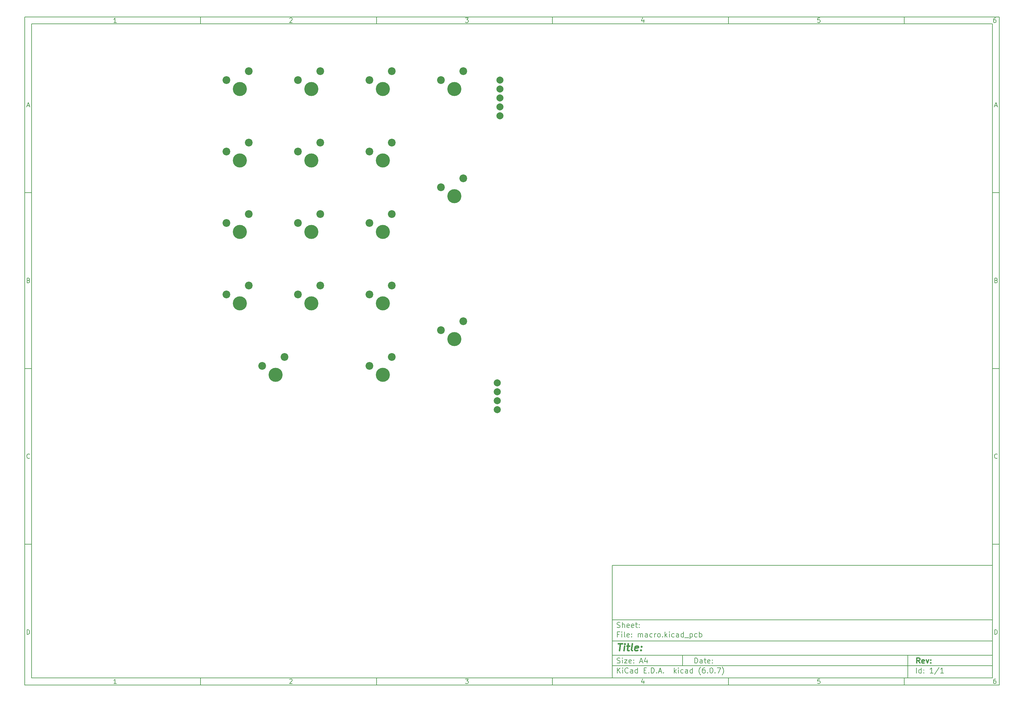
<source format=gbr>
%TF.GenerationSoftware,KiCad,Pcbnew,(6.0.7)*%
%TF.CreationDate,2022-08-16T17:25:39+02:00*%
%TF.ProjectId,macro,6d616372-6f2e-46b6-9963-61645f706362,rev?*%
%TF.SameCoordinates,Original*%
%TF.FileFunction,Soldermask,Bot*%
%TF.FilePolarity,Negative*%
%FSLAX46Y46*%
G04 Gerber Fmt 4.6, Leading zero omitted, Abs format (unit mm)*
G04 Created by KiCad (PCBNEW (6.0.7)) date 2022-08-16 17:25:39*
%MOMM*%
%LPD*%
G01*
G04 APERTURE LIST*
%ADD10C,0.100000*%
%ADD11C,0.150000*%
%ADD12C,0.300000*%
%ADD13C,0.400000*%
%ADD14C,2.000000*%
%ADD15C,4.000000*%
%ADD16C,2.200000*%
G04 APERTURE END LIST*
D10*
D11*
X177002200Y-166007200D02*
X177002200Y-198007200D01*
X285002200Y-198007200D01*
X285002200Y-166007200D01*
X177002200Y-166007200D01*
D10*
D11*
X10000000Y-10000000D02*
X10000000Y-200007200D01*
X287002200Y-200007200D01*
X287002200Y-10000000D01*
X10000000Y-10000000D01*
D10*
D11*
X12000000Y-12000000D02*
X12000000Y-198007200D01*
X285002200Y-198007200D01*
X285002200Y-12000000D01*
X12000000Y-12000000D01*
D10*
D11*
X60000000Y-12000000D02*
X60000000Y-10000000D01*
D10*
D11*
X110000000Y-12000000D02*
X110000000Y-10000000D01*
D10*
D11*
X160000000Y-12000000D02*
X160000000Y-10000000D01*
D10*
D11*
X210000000Y-12000000D02*
X210000000Y-10000000D01*
D10*
D11*
X260000000Y-12000000D02*
X260000000Y-10000000D01*
D10*
D11*
X36065476Y-11588095D02*
X35322619Y-11588095D01*
X35694047Y-11588095D02*
X35694047Y-10288095D01*
X35570238Y-10473809D01*
X35446428Y-10597619D01*
X35322619Y-10659523D01*
D10*
D11*
X85322619Y-10411904D02*
X85384523Y-10350000D01*
X85508333Y-10288095D01*
X85817857Y-10288095D01*
X85941666Y-10350000D01*
X86003571Y-10411904D01*
X86065476Y-10535714D01*
X86065476Y-10659523D01*
X86003571Y-10845238D01*
X85260714Y-11588095D01*
X86065476Y-11588095D01*
D10*
D11*
X135260714Y-10288095D02*
X136065476Y-10288095D01*
X135632142Y-10783333D01*
X135817857Y-10783333D01*
X135941666Y-10845238D01*
X136003571Y-10907142D01*
X136065476Y-11030952D01*
X136065476Y-11340476D01*
X136003571Y-11464285D01*
X135941666Y-11526190D01*
X135817857Y-11588095D01*
X135446428Y-11588095D01*
X135322619Y-11526190D01*
X135260714Y-11464285D01*
D10*
D11*
X185941666Y-10721428D02*
X185941666Y-11588095D01*
X185632142Y-10226190D02*
X185322619Y-11154761D01*
X186127380Y-11154761D01*
D10*
D11*
X236003571Y-10288095D02*
X235384523Y-10288095D01*
X235322619Y-10907142D01*
X235384523Y-10845238D01*
X235508333Y-10783333D01*
X235817857Y-10783333D01*
X235941666Y-10845238D01*
X236003571Y-10907142D01*
X236065476Y-11030952D01*
X236065476Y-11340476D01*
X236003571Y-11464285D01*
X235941666Y-11526190D01*
X235817857Y-11588095D01*
X235508333Y-11588095D01*
X235384523Y-11526190D01*
X235322619Y-11464285D01*
D10*
D11*
X285941666Y-10288095D02*
X285694047Y-10288095D01*
X285570238Y-10350000D01*
X285508333Y-10411904D01*
X285384523Y-10597619D01*
X285322619Y-10845238D01*
X285322619Y-11340476D01*
X285384523Y-11464285D01*
X285446428Y-11526190D01*
X285570238Y-11588095D01*
X285817857Y-11588095D01*
X285941666Y-11526190D01*
X286003571Y-11464285D01*
X286065476Y-11340476D01*
X286065476Y-11030952D01*
X286003571Y-10907142D01*
X285941666Y-10845238D01*
X285817857Y-10783333D01*
X285570238Y-10783333D01*
X285446428Y-10845238D01*
X285384523Y-10907142D01*
X285322619Y-11030952D01*
D10*
D11*
X60000000Y-198007200D02*
X60000000Y-200007200D01*
D10*
D11*
X110000000Y-198007200D02*
X110000000Y-200007200D01*
D10*
D11*
X160000000Y-198007200D02*
X160000000Y-200007200D01*
D10*
D11*
X210000000Y-198007200D02*
X210000000Y-200007200D01*
D10*
D11*
X260000000Y-198007200D02*
X260000000Y-200007200D01*
D10*
D11*
X36065476Y-199595295D02*
X35322619Y-199595295D01*
X35694047Y-199595295D02*
X35694047Y-198295295D01*
X35570238Y-198481009D01*
X35446428Y-198604819D01*
X35322619Y-198666723D01*
D10*
D11*
X85322619Y-198419104D02*
X85384523Y-198357200D01*
X85508333Y-198295295D01*
X85817857Y-198295295D01*
X85941666Y-198357200D01*
X86003571Y-198419104D01*
X86065476Y-198542914D01*
X86065476Y-198666723D01*
X86003571Y-198852438D01*
X85260714Y-199595295D01*
X86065476Y-199595295D01*
D10*
D11*
X135260714Y-198295295D02*
X136065476Y-198295295D01*
X135632142Y-198790533D01*
X135817857Y-198790533D01*
X135941666Y-198852438D01*
X136003571Y-198914342D01*
X136065476Y-199038152D01*
X136065476Y-199347676D01*
X136003571Y-199471485D01*
X135941666Y-199533390D01*
X135817857Y-199595295D01*
X135446428Y-199595295D01*
X135322619Y-199533390D01*
X135260714Y-199471485D01*
D10*
D11*
X185941666Y-198728628D02*
X185941666Y-199595295D01*
X185632142Y-198233390D02*
X185322619Y-199161961D01*
X186127380Y-199161961D01*
D10*
D11*
X236003571Y-198295295D02*
X235384523Y-198295295D01*
X235322619Y-198914342D01*
X235384523Y-198852438D01*
X235508333Y-198790533D01*
X235817857Y-198790533D01*
X235941666Y-198852438D01*
X236003571Y-198914342D01*
X236065476Y-199038152D01*
X236065476Y-199347676D01*
X236003571Y-199471485D01*
X235941666Y-199533390D01*
X235817857Y-199595295D01*
X235508333Y-199595295D01*
X235384523Y-199533390D01*
X235322619Y-199471485D01*
D10*
D11*
X285941666Y-198295295D02*
X285694047Y-198295295D01*
X285570238Y-198357200D01*
X285508333Y-198419104D01*
X285384523Y-198604819D01*
X285322619Y-198852438D01*
X285322619Y-199347676D01*
X285384523Y-199471485D01*
X285446428Y-199533390D01*
X285570238Y-199595295D01*
X285817857Y-199595295D01*
X285941666Y-199533390D01*
X286003571Y-199471485D01*
X286065476Y-199347676D01*
X286065476Y-199038152D01*
X286003571Y-198914342D01*
X285941666Y-198852438D01*
X285817857Y-198790533D01*
X285570238Y-198790533D01*
X285446428Y-198852438D01*
X285384523Y-198914342D01*
X285322619Y-199038152D01*
D10*
D11*
X10000000Y-60000000D02*
X12000000Y-60000000D01*
D10*
D11*
X10000000Y-110000000D02*
X12000000Y-110000000D01*
D10*
D11*
X10000000Y-160000000D02*
X12000000Y-160000000D01*
D10*
D11*
X10690476Y-35216666D02*
X11309523Y-35216666D01*
X10566666Y-35588095D02*
X11000000Y-34288095D01*
X11433333Y-35588095D01*
D10*
D11*
X11092857Y-84907142D02*
X11278571Y-84969047D01*
X11340476Y-85030952D01*
X11402380Y-85154761D01*
X11402380Y-85340476D01*
X11340476Y-85464285D01*
X11278571Y-85526190D01*
X11154761Y-85588095D01*
X10659523Y-85588095D01*
X10659523Y-84288095D01*
X11092857Y-84288095D01*
X11216666Y-84350000D01*
X11278571Y-84411904D01*
X11340476Y-84535714D01*
X11340476Y-84659523D01*
X11278571Y-84783333D01*
X11216666Y-84845238D01*
X11092857Y-84907142D01*
X10659523Y-84907142D01*
D10*
D11*
X11402380Y-135464285D02*
X11340476Y-135526190D01*
X11154761Y-135588095D01*
X11030952Y-135588095D01*
X10845238Y-135526190D01*
X10721428Y-135402380D01*
X10659523Y-135278571D01*
X10597619Y-135030952D01*
X10597619Y-134845238D01*
X10659523Y-134597619D01*
X10721428Y-134473809D01*
X10845238Y-134350000D01*
X11030952Y-134288095D01*
X11154761Y-134288095D01*
X11340476Y-134350000D01*
X11402380Y-134411904D01*
D10*
D11*
X10659523Y-185588095D02*
X10659523Y-184288095D01*
X10969047Y-184288095D01*
X11154761Y-184350000D01*
X11278571Y-184473809D01*
X11340476Y-184597619D01*
X11402380Y-184845238D01*
X11402380Y-185030952D01*
X11340476Y-185278571D01*
X11278571Y-185402380D01*
X11154761Y-185526190D01*
X10969047Y-185588095D01*
X10659523Y-185588095D01*
D10*
D11*
X287002200Y-60000000D02*
X285002200Y-60000000D01*
D10*
D11*
X287002200Y-110000000D02*
X285002200Y-110000000D01*
D10*
D11*
X287002200Y-160000000D02*
X285002200Y-160000000D01*
D10*
D11*
X285692676Y-35216666D02*
X286311723Y-35216666D01*
X285568866Y-35588095D02*
X286002200Y-34288095D01*
X286435533Y-35588095D01*
D10*
D11*
X286095057Y-84907142D02*
X286280771Y-84969047D01*
X286342676Y-85030952D01*
X286404580Y-85154761D01*
X286404580Y-85340476D01*
X286342676Y-85464285D01*
X286280771Y-85526190D01*
X286156961Y-85588095D01*
X285661723Y-85588095D01*
X285661723Y-84288095D01*
X286095057Y-84288095D01*
X286218866Y-84350000D01*
X286280771Y-84411904D01*
X286342676Y-84535714D01*
X286342676Y-84659523D01*
X286280771Y-84783333D01*
X286218866Y-84845238D01*
X286095057Y-84907142D01*
X285661723Y-84907142D01*
D10*
D11*
X286404580Y-135464285D02*
X286342676Y-135526190D01*
X286156961Y-135588095D01*
X286033152Y-135588095D01*
X285847438Y-135526190D01*
X285723628Y-135402380D01*
X285661723Y-135278571D01*
X285599819Y-135030952D01*
X285599819Y-134845238D01*
X285661723Y-134597619D01*
X285723628Y-134473809D01*
X285847438Y-134350000D01*
X286033152Y-134288095D01*
X286156961Y-134288095D01*
X286342676Y-134350000D01*
X286404580Y-134411904D01*
D10*
D11*
X285661723Y-185588095D02*
X285661723Y-184288095D01*
X285971247Y-184288095D01*
X286156961Y-184350000D01*
X286280771Y-184473809D01*
X286342676Y-184597619D01*
X286404580Y-184845238D01*
X286404580Y-185030952D01*
X286342676Y-185278571D01*
X286280771Y-185402380D01*
X286156961Y-185526190D01*
X285971247Y-185588095D01*
X285661723Y-185588095D01*
D10*
D11*
X200434342Y-193785771D02*
X200434342Y-192285771D01*
X200791485Y-192285771D01*
X201005771Y-192357200D01*
X201148628Y-192500057D01*
X201220057Y-192642914D01*
X201291485Y-192928628D01*
X201291485Y-193142914D01*
X201220057Y-193428628D01*
X201148628Y-193571485D01*
X201005771Y-193714342D01*
X200791485Y-193785771D01*
X200434342Y-193785771D01*
X202577200Y-193785771D02*
X202577200Y-193000057D01*
X202505771Y-192857200D01*
X202362914Y-192785771D01*
X202077200Y-192785771D01*
X201934342Y-192857200D01*
X202577200Y-193714342D02*
X202434342Y-193785771D01*
X202077200Y-193785771D01*
X201934342Y-193714342D01*
X201862914Y-193571485D01*
X201862914Y-193428628D01*
X201934342Y-193285771D01*
X202077200Y-193214342D01*
X202434342Y-193214342D01*
X202577200Y-193142914D01*
X203077200Y-192785771D02*
X203648628Y-192785771D01*
X203291485Y-192285771D02*
X203291485Y-193571485D01*
X203362914Y-193714342D01*
X203505771Y-193785771D01*
X203648628Y-193785771D01*
X204720057Y-193714342D02*
X204577200Y-193785771D01*
X204291485Y-193785771D01*
X204148628Y-193714342D01*
X204077200Y-193571485D01*
X204077200Y-193000057D01*
X204148628Y-192857200D01*
X204291485Y-192785771D01*
X204577200Y-192785771D01*
X204720057Y-192857200D01*
X204791485Y-193000057D01*
X204791485Y-193142914D01*
X204077200Y-193285771D01*
X205434342Y-193642914D02*
X205505771Y-193714342D01*
X205434342Y-193785771D01*
X205362914Y-193714342D01*
X205434342Y-193642914D01*
X205434342Y-193785771D01*
X205434342Y-192857200D02*
X205505771Y-192928628D01*
X205434342Y-193000057D01*
X205362914Y-192928628D01*
X205434342Y-192857200D01*
X205434342Y-193000057D01*
D10*
D11*
X177002200Y-194507200D02*
X285002200Y-194507200D01*
D10*
D11*
X178434342Y-196585771D02*
X178434342Y-195085771D01*
X179291485Y-196585771D02*
X178648628Y-195728628D01*
X179291485Y-195085771D02*
X178434342Y-195942914D01*
X179934342Y-196585771D02*
X179934342Y-195585771D01*
X179934342Y-195085771D02*
X179862914Y-195157200D01*
X179934342Y-195228628D01*
X180005771Y-195157200D01*
X179934342Y-195085771D01*
X179934342Y-195228628D01*
X181505771Y-196442914D02*
X181434342Y-196514342D01*
X181220057Y-196585771D01*
X181077200Y-196585771D01*
X180862914Y-196514342D01*
X180720057Y-196371485D01*
X180648628Y-196228628D01*
X180577200Y-195942914D01*
X180577200Y-195728628D01*
X180648628Y-195442914D01*
X180720057Y-195300057D01*
X180862914Y-195157200D01*
X181077200Y-195085771D01*
X181220057Y-195085771D01*
X181434342Y-195157200D01*
X181505771Y-195228628D01*
X182791485Y-196585771D02*
X182791485Y-195800057D01*
X182720057Y-195657200D01*
X182577200Y-195585771D01*
X182291485Y-195585771D01*
X182148628Y-195657200D01*
X182791485Y-196514342D02*
X182648628Y-196585771D01*
X182291485Y-196585771D01*
X182148628Y-196514342D01*
X182077200Y-196371485D01*
X182077200Y-196228628D01*
X182148628Y-196085771D01*
X182291485Y-196014342D01*
X182648628Y-196014342D01*
X182791485Y-195942914D01*
X184148628Y-196585771D02*
X184148628Y-195085771D01*
X184148628Y-196514342D02*
X184005771Y-196585771D01*
X183720057Y-196585771D01*
X183577200Y-196514342D01*
X183505771Y-196442914D01*
X183434342Y-196300057D01*
X183434342Y-195871485D01*
X183505771Y-195728628D01*
X183577200Y-195657200D01*
X183720057Y-195585771D01*
X184005771Y-195585771D01*
X184148628Y-195657200D01*
X186005771Y-195800057D02*
X186505771Y-195800057D01*
X186720057Y-196585771D02*
X186005771Y-196585771D01*
X186005771Y-195085771D01*
X186720057Y-195085771D01*
X187362914Y-196442914D02*
X187434342Y-196514342D01*
X187362914Y-196585771D01*
X187291485Y-196514342D01*
X187362914Y-196442914D01*
X187362914Y-196585771D01*
X188077200Y-196585771D02*
X188077200Y-195085771D01*
X188434342Y-195085771D01*
X188648628Y-195157200D01*
X188791485Y-195300057D01*
X188862914Y-195442914D01*
X188934342Y-195728628D01*
X188934342Y-195942914D01*
X188862914Y-196228628D01*
X188791485Y-196371485D01*
X188648628Y-196514342D01*
X188434342Y-196585771D01*
X188077200Y-196585771D01*
X189577200Y-196442914D02*
X189648628Y-196514342D01*
X189577200Y-196585771D01*
X189505771Y-196514342D01*
X189577200Y-196442914D01*
X189577200Y-196585771D01*
X190220057Y-196157200D02*
X190934342Y-196157200D01*
X190077200Y-196585771D02*
X190577200Y-195085771D01*
X191077200Y-196585771D01*
X191577200Y-196442914D02*
X191648628Y-196514342D01*
X191577200Y-196585771D01*
X191505771Y-196514342D01*
X191577200Y-196442914D01*
X191577200Y-196585771D01*
X194577200Y-196585771D02*
X194577200Y-195085771D01*
X194720057Y-196014342D02*
X195148628Y-196585771D01*
X195148628Y-195585771D02*
X194577200Y-196157200D01*
X195791485Y-196585771D02*
X195791485Y-195585771D01*
X195791485Y-195085771D02*
X195720057Y-195157200D01*
X195791485Y-195228628D01*
X195862914Y-195157200D01*
X195791485Y-195085771D01*
X195791485Y-195228628D01*
X197148628Y-196514342D02*
X197005771Y-196585771D01*
X196720057Y-196585771D01*
X196577200Y-196514342D01*
X196505771Y-196442914D01*
X196434342Y-196300057D01*
X196434342Y-195871485D01*
X196505771Y-195728628D01*
X196577200Y-195657200D01*
X196720057Y-195585771D01*
X197005771Y-195585771D01*
X197148628Y-195657200D01*
X198434342Y-196585771D02*
X198434342Y-195800057D01*
X198362914Y-195657200D01*
X198220057Y-195585771D01*
X197934342Y-195585771D01*
X197791485Y-195657200D01*
X198434342Y-196514342D02*
X198291485Y-196585771D01*
X197934342Y-196585771D01*
X197791485Y-196514342D01*
X197720057Y-196371485D01*
X197720057Y-196228628D01*
X197791485Y-196085771D01*
X197934342Y-196014342D01*
X198291485Y-196014342D01*
X198434342Y-195942914D01*
X199791485Y-196585771D02*
X199791485Y-195085771D01*
X199791485Y-196514342D02*
X199648628Y-196585771D01*
X199362914Y-196585771D01*
X199220057Y-196514342D01*
X199148628Y-196442914D01*
X199077200Y-196300057D01*
X199077200Y-195871485D01*
X199148628Y-195728628D01*
X199220057Y-195657200D01*
X199362914Y-195585771D01*
X199648628Y-195585771D01*
X199791485Y-195657200D01*
X202077200Y-197157200D02*
X202005771Y-197085771D01*
X201862914Y-196871485D01*
X201791485Y-196728628D01*
X201720057Y-196514342D01*
X201648628Y-196157200D01*
X201648628Y-195871485D01*
X201720057Y-195514342D01*
X201791485Y-195300057D01*
X201862914Y-195157200D01*
X202005771Y-194942914D01*
X202077200Y-194871485D01*
X203291485Y-195085771D02*
X203005771Y-195085771D01*
X202862914Y-195157200D01*
X202791485Y-195228628D01*
X202648628Y-195442914D01*
X202577200Y-195728628D01*
X202577200Y-196300057D01*
X202648628Y-196442914D01*
X202720057Y-196514342D01*
X202862914Y-196585771D01*
X203148628Y-196585771D01*
X203291485Y-196514342D01*
X203362914Y-196442914D01*
X203434342Y-196300057D01*
X203434342Y-195942914D01*
X203362914Y-195800057D01*
X203291485Y-195728628D01*
X203148628Y-195657200D01*
X202862914Y-195657200D01*
X202720057Y-195728628D01*
X202648628Y-195800057D01*
X202577200Y-195942914D01*
X204077200Y-196442914D02*
X204148628Y-196514342D01*
X204077200Y-196585771D01*
X204005771Y-196514342D01*
X204077200Y-196442914D01*
X204077200Y-196585771D01*
X205077200Y-195085771D02*
X205220057Y-195085771D01*
X205362914Y-195157200D01*
X205434342Y-195228628D01*
X205505771Y-195371485D01*
X205577200Y-195657200D01*
X205577200Y-196014342D01*
X205505771Y-196300057D01*
X205434342Y-196442914D01*
X205362914Y-196514342D01*
X205220057Y-196585771D01*
X205077200Y-196585771D01*
X204934342Y-196514342D01*
X204862914Y-196442914D01*
X204791485Y-196300057D01*
X204720057Y-196014342D01*
X204720057Y-195657200D01*
X204791485Y-195371485D01*
X204862914Y-195228628D01*
X204934342Y-195157200D01*
X205077200Y-195085771D01*
X206220057Y-196442914D02*
X206291485Y-196514342D01*
X206220057Y-196585771D01*
X206148628Y-196514342D01*
X206220057Y-196442914D01*
X206220057Y-196585771D01*
X206791485Y-195085771D02*
X207791485Y-195085771D01*
X207148628Y-196585771D01*
X208220057Y-197157200D02*
X208291485Y-197085771D01*
X208434342Y-196871485D01*
X208505771Y-196728628D01*
X208577200Y-196514342D01*
X208648628Y-196157200D01*
X208648628Y-195871485D01*
X208577200Y-195514342D01*
X208505771Y-195300057D01*
X208434342Y-195157200D01*
X208291485Y-194942914D01*
X208220057Y-194871485D01*
D10*
D11*
X177002200Y-191507200D02*
X285002200Y-191507200D01*
D10*
D12*
X264411485Y-193785771D02*
X263911485Y-193071485D01*
X263554342Y-193785771D02*
X263554342Y-192285771D01*
X264125771Y-192285771D01*
X264268628Y-192357200D01*
X264340057Y-192428628D01*
X264411485Y-192571485D01*
X264411485Y-192785771D01*
X264340057Y-192928628D01*
X264268628Y-193000057D01*
X264125771Y-193071485D01*
X263554342Y-193071485D01*
X265625771Y-193714342D02*
X265482914Y-193785771D01*
X265197200Y-193785771D01*
X265054342Y-193714342D01*
X264982914Y-193571485D01*
X264982914Y-193000057D01*
X265054342Y-192857200D01*
X265197200Y-192785771D01*
X265482914Y-192785771D01*
X265625771Y-192857200D01*
X265697200Y-193000057D01*
X265697200Y-193142914D01*
X264982914Y-193285771D01*
X266197200Y-192785771D02*
X266554342Y-193785771D01*
X266911485Y-192785771D01*
X267482914Y-193642914D02*
X267554342Y-193714342D01*
X267482914Y-193785771D01*
X267411485Y-193714342D01*
X267482914Y-193642914D01*
X267482914Y-193785771D01*
X267482914Y-192857200D02*
X267554342Y-192928628D01*
X267482914Y-193000057D01*
X267411485Y-192928628D01*
X267482914Y-192857200D01*
X267482914Y-193000057D01*
D10*
D11*
X178362914Y-193714342D02*
X178577200Y-193785771D01*
X178934342Y-193785771D01*
X179077200Y-193714342D01*
X179148628Y-193642914D01*
X179220057Y-193500057D01*
X179220057Y-193357200D01*
X179148628Y-193214342D01*
X179077200Y-193142914D01*
X178934342Y-193071485D01*
X178648628Y-193000057D01*
X178505771Y-192928628D01*
X178434342Y-192857200D01*
X178362914Y-192714342D01*
X178362914Y-192571485D01*
X178434342Y-192428628D01*
X178505771Y-192357200D01*
X178648628Y-192285771D01*
X179005771Y-192285771D01*
X179220057Y-192357200D01*
X179862914Y-193785771D02*
X179862914Y-192785771D01*
X179862914Y-192285771D02*
X179791485Y-192357200D01*
X179862914Y-192428628D01*
X179934342Y-192357200D01*
X179862914Y-192285771D01*
X179862914Y-192428628D01*
X180434342Y-192785771D02*
X181220057Y-192785771D01*
X180434342Y-193785771D01*
X181220057Y-193785771D01*
X182362914Y-193714342D02*
X182220057Y-193785771D01*
X181934342Y-193785771D01*
X181791485Y-193714342D01*
X181720057Y-193571485D01*
X181720057Y-193000057D01*
X181791485Y-192857200D01*
X181934342Y-192785771D01*
X182220057Y-192785771D01*
X182362914Y-192857200D01*
X182434342Y-193000057D01*
X182434342Y-193142914D01*
X181720057Y-193285771D01*
X183077200Y-193642914D02*
X183148628Y-193714342D01*
X183077200Y-193785771D01*
X183005771Y-193714342D01*
X183077200Y-193642914D01*
X183077200Y-193785771D01*
X183077200Y-192857200D02*
X183148628Y-192928628D01*
X183077200Y-193000057D01*
X183005771Y-192928628D01*
X183077200Y-192857200D01*
X183077200Y-193000057D01*
X184862914Y-193357200D02*
X185577200Y-193357200D01*
X184720057Y-193785771D02*
X185220057Y-192285771D01*
X185720057Y-193785771D01*
X186862914Y-192785771D02*
X186862914Y-193785771D01*
X186505771Y-192214342D02*
X186148628Y-193285771D01*
X187077200Y-193285771D01*
D10*
D11*
X263434342Y-196585771D02*
X263434342Y-195085771D01*
X264791485Y-196585771D02*
X264791485Y-195085771D01*
X264791485Y-196514342D02*
X264648628Y-196585771D01*
X264362914Y-196585771D01*
X264220057Y-196514342D01*
X264148628Y-196442914D01*
X264077200Y-196300057D01*
X264077200Y-195871485D01*
X264148628Y-195728628D01*
X264220057Y-195657200D01*
X264362914Y-195585771D01*
X264648628Y-195585771D01*
X264791485Y-195657200D01*
X265505771Y-196442914D02*
X265577200Y-196514342D01*
X265505771Y-196585771D01*
X265434342Y-196514342D01*
X265505771Y-196442914D01*
X265505771Y-196585771D01*
X265505771Y-195657200D02*
X265577200Y-195728628D01*
X265505771Y-195800057D01*
X265434342Y-195728628D01*
X265505771Y-195657200D01*
X265505771Y-195800057D01*
X268148628Y-196585771D02*
X267291485Y-196585771D01*
X267720057Y-196585771D02*
X267720057Y-195085771D01*
X267577200Y-195300057D01*
X267434342Y-195442914D01*
X267291485Y-195514342D01*
X269862914Y-195014342D02*
X268577200Y-196942914D01*
X271148628Y-196585771D02*
X270291485Y-196585771D01*
X270720057Y-196585771D02*
X270720057Y-195085771D01*
X270577200Y-195300057D01*
X270434342Y-195442914D01*
X270291485Y-195514342D01*
D10*
D11*
X177002200Y-187507200D02*
X285002200Y-187507200D01*
D10*
D13*
X178714580Y-188211961D02*
X179857438Y-188211961D01*
X179036009Y-190211961D02*
X179286009Y-188211961D01*
X180274104Y-190211961D02*
X180440771Y-188878628D01*
X180524104Y-188211961D02*
X180416961Y-188307200D01*
X180500295Y-188402438D01*
X180607438Y-188307200D01*
X180524104Y-188211961D01*
X180500295Y-188402438D01*
X181107438Y-188878628D02*
X181869342Y-188878628D01*
X181476485Y-188211961D02*
X181262200Y-189926247D01*
X181333628Y-190116723D01*
X181512200Y-190211961D01*
X181702676Y-190211961D01*
X182655057Y-190211961D02*
X182476485Y-190116723D01*
X182405057Y-189926247D01*
X182619342Y-188211961D01*
X184190771Y-190116723D02*
X183988390Y-190211961D01*
X183607438Y-190211961D01*
X183428866Y-190116723D01*
X183357438Y-189926247D01*
X183452676Y-189164342D01*
X183571723Y-188973866D01*
X183774104Y-188878628D01*
X184155057Y-188878628D01*
X184333628Y-188973866D01*
X184405057Y-189164342D01*
X184381247Y-189354819D01*
X183405057Y-189545295D01*
X185155057Y-190021485D02*
X185238390Y-190116723D01*
X185131247Y-190211961D01*
X185047914Y-190116723D01*
X185155057Y-190021485D01*
X185131247Y-190211961D01*
X185286009Y-188973866D02*
X185369342Y-189069104D01*
X185262200Y-189164342D01*
X185178866Y-189069104D01*
X185286009Y-188973866D01*
X185262200Y-189164342D01*
D10*
D11*
X178934342Y-185600057D02*
X178434342Y-185600057D01*
X178434342Y-186385771D02*
X178434342Y-184885771D01*
X179148628Y-184885771D01*
X179720057Y-186385771D02*
X179720057Y-185385771D01*
X179720057Y-184885771D02*
X179648628Y-184957200D01*
X179720057Y-185028628D01*
X179791485Y-184957200D01*
X179720057Y-184885771D01*
X179720057Y-185028628D01*
X180648628Y-186385771D02*
X180505771Y-186314342D01*
X180434342Y-186171485D01*
X180434342Y-184885771D01*
X181791485Y-186314342D02*
X181648628Y-186385771D01*
X181362914Y-186385771D01*
X181220057Y-186314342D01*
X181148628Y-186171485D01*
X181148628Y-185600057D01*
X181220057Y-185457200D01*
X181362914Y-185385771D01*
X181648628Y-185385771D01*
X181791485Y-185457200D01*
X181862914Y-185600057D01*
X181862914Y-185742914D01*
X181148628Y-185885771D01*
X182505771Y-186242914D02*
X182577200Y-186314342D01*
X182505771Y-186385771D01*
X182434342Y-186314342D01*
X182505771Y-186242914D01*
X182505771Y-186385771D01*
X182505771Y-185457200D02*
X182577200Y-185528628D01*
X182505771Y-185600057D01*
X182434342Y-185528628D01*
X182505771Y-185457200D01*
X182505771Y-185600057D01*
X184362914Y-186385771D02*
X184362914Y-185385771D01*
X184362914Y-185528628D02*
X184434342Y-185457200D01*
X184577200Y-185385771D01*
X184791485Y-185385771D01*
X184934342Y-185457200D01*
X185005771Y-185600057D01*
X185005771Y-186385771D01*
X185005771Y-185600057D02*
X185077200Y-185457200D01*
X185220057Y-185385771D01*
X185434342Y-185385771D01*
X185577200Y-185457200D01*
X185648628Y-185600057D01*
X185648628Y-186385771D01*
X187005771Y-186385771D02*
X187005771Y-185600057D01*
X186934342Y-185457200D01*
X186791485Y-185385771D01*
X186505771Y-185385771D01*
X186362914Y-185457200D01*
X187005771Y-186314342D02*
X186862914Y-186385771D01*
X186505771Y-186385771D01*
X186362914Y-186314342D01*
X186291485Y-186171485D01*
X186291485Y-186028628D01*
X186362914Y-185885771D01*
X186505771Y-185814342D01*
X186862914Y-185814342D01*
X187005771Y-185742914D01*
X188362914Y-186314342D02*
X188220057Y-186385771D01*
X187934342Y-186385771D01*
X187791485Y-186314342D01*
X187720057Y-186242914D01*
X187648628Y-186100057D01*
X187648628Y-185671485D01*
X187720057Y-185528628D01*
X187791485Y-185457200D01*
X187934342Y-185385771D01*
X188220057Y-185385771D01*
X188362914Y-185457200D01*
X189005771Y-186385771D02*
X189005771Y-185385771D01*
X189005771Y-185671485D02*
X189077200Y-185528628D01*
X189148628Y-185457200D01*
X189291485Y-185385771D01*
X189434342Y-185385771D01*
X190148628Y-186385771D02*
X190005771Y-186314342D01*
X189934342Y-186242914D01*
X189862914Y-186100057D01*
X189862914Y-185671485D01*
X189934342Y-185528628D01*
X190005771Y-185457200D01*
X190148628Y-185385771D01*
X190362914Y-185385771D01*
X190505771Y-185457200D01*
X190577200Y-185528628D01*
X190648628Y-185671485D01*
X190648628Y-186100057D01*
X190577200Y-186242914D01*
X190505771Y-186314342D01*
X190362914Y-186385771D01*
X190148628Y-186385771D01*
X191291485Y-186242914D02*
X191362914Y-186314342D01*
X191291485Y-186385771D01*
X191220057Y-186314342D01*
X191291485Y-186242914D01*
X191291485Y-186385771D01*
X192005771Y-186385771D02*
X192005771Y-184885771D01*
X192148628Y-185814342D02*
X192577200Y-186385771D01*
X192577200Y-185385771D02*
X192005771Y-185957200D01*
X193220057Y-186385771D02*
X193220057Y-185385771D01*
X193220057Y-184885771D02*
X193148628Y-184957200D01*
X193220057Y-185028628D01*
X193291485Y-184957200D01*
X193220057Y-184885771D01*
X193220057Y-185028628D01*
X194577200Y-186314342D02*
X194434342Y-186385771D01*
X194148628Y-186385771D01*
X194005771Y-186314342D01*
X193934342Y-186242914D01*
X193862914Y-186100057D01*
X193862914Y-185671485D01*
X193934342Y-185528628D01*
X194005771Y-185457200D01*
X194148628Y-185385771D01*
X194434342Y-185385771D01*
X194577200Y-185457200D01*
X195862914Y-186385771D02*
X195862914Y-185600057D01*
X195791485Y-185457200D01*
X195648628Y-185385771D01*
X195362914Y-185385771D01*
X195220057Y-185457200D01*
X195862914Y-186314342D02*
X195720057Y-186385771D01*
X195362914Y-186385771D01*
X195220057Y-186314342D01*
X195148628Y-186171485D01*
X195148628Y-186028628D01*
X195220057Y-185885771D01*
X195362914Y-185814342D01*
X195720057Y-185814342D01*
X195862914Y-185742914D01*
X197220057Y-186385771D02*
X197220057Y-184885771D01*
X197220057Y-186314342D02*
X197077200Y-186385771D01*
X196791485Y-186385771D01*
X196648628Y-186314342D01*
X196577200Y-186242914D01*
X196505771Y-186100057D01*
X196505771Y-185671485D01*
X196577200Y-185528628D01*
X196648628Y-185457200D01*
X196791485Y-185385771D01*
X197077200Y-185385771D01*
X197220057Y-185457200D01*
X197577200Y-186528628D02*
X198720057Y-186528628D01*
X199077200Y-185385771D02*
X199077200Y-186885771D01*
X199077200Y-185457200D02*
X199220057Y-185385771D01*
X199505771Y-185385771D01*
X199648628Y-185457200D01*
X199720057Y-185528628D01*
X199791485Y-185671485D01*
X199791485Y-186100057D01*
X199720057Y-186242914D01*
X199648628Y-186314342D01*
X199505771Y-186385771D01*
X199220057Y-186385771D01*
X199077200Y-186314342D01*
X201077200Y-186314342D02*
X200934342Y-186385771D01*
X200648628Y-186385771D01*
X200505771Y-186314342D01*
X200434342Y-186242914D01*
X200362914Y-186100057D01*
X200362914Y-185671485D01*
X200434342Y-185528628D01*
X200505771Y-185457200D01*
X200648628Y-185385771D01*
X200934342Y-185385771D01*
X201077200Y-185457200D01*
X201720057Y-186385771D02*
X201720057Y-184885771D01*
X201720057Y-185457200D02*
X201862914Y-185385771D01*
X202148628Y-185385771D01*
X202291485Y-185457200D01*
X202362914Y-185528628D01*
X202434342Y-185671485D01*
X202434342Y-186100057D01*
X202362914Y-186242914D01*
X202291485Y-186314342D01*
X202148628Y-186385771D01*
X201862914Y-186385771D01*
X201720057Y-186314342D01*
D10*
D11*
X177002200Y-181507200D02*
X285002200Y-181507200D01*
D10*
D11*
X178362914Y-183614342D02*
X178577200Y-183685771D01*
X178934342Y-183685771D01*
X179077200Y-183614342D01*
X179148628Y-183542914D01*
X179220057Y-183400057D01*
X179220057Y-183257200D01*
X179148628Y-183114342D01*
X179077200Y-183042914D01*
X178934342Y-182971485D01*
X178648628Y-182900057D01*
X178505771Y-182828628D01*
X178434342Y-182757200D01*
X178362914Y-182614342D01*
X178362914Y-182471485D01*
X178434342Y-182328628D01*
X178505771Y-182257200D01*
X178648628Y-182185771D01*
X179005771Y-182185771D01*
X179220057Y-182257200D01*
X179862914Y-183685771D02*
X179862914Y-182185771D01*
X180505771Y-183685771D02*
X180505771Y-182900057D01*
X180434342Y-182757200D01*
X180291485Y-182685771D01*
X180077200Y-182685771D01*
X179934342Y-182757200D01*
X179862914Y-182828628D01*
X181791485Y-183614342D02*
X181648628Y-183685771D01*
X181362914Y-183685771D01*
X181220057Y-183614342D01*
X181148628Y-183471485D01*
X181148628Y-182900057D01*
X181220057Y-182757200D01*
X181362914Y-182685771D01*
X181648628Y-182685771D01*
X181791485Y-182757200D01*
X181862914Y-182900057D01*
X181862914Y-183042914D01*
X181148628Y-183185771D01*
X183077200Y-183614342D02*
X182934342Y-183685771D01*
X182648628Y-183685771D01*
X182505771Y-183614342D01*
X182434342Y-183471485D01*
X182434342Y-182900057D01*
X182505771Y-182757200D01*
X182648628Y-182685771D01*
X182934342Y-182685771D01*
X183077200Y-182757200D01*
X183148628Y-182900057D01*
X183148628Y-183042914D01*
X182434342Y-183185771D01*
X183577200Y-182685771D02*
X184148628Y-182685771D01*
X183791485Y-182185771D02*
X183791485Y-183471485D01*
X183862914Y-183614342D01*
X184005771Y-183685771D01*
X184148628Y-183685771D01*
X184648628Y-183542914D02*
X184720057Y-183614342D01*
X184648628Y-183685771D01*
X184577200Y-183614342D01*
X184648628Y-183542914D01*
X184648628Y-183685771D01*
X184648628Y-182757200D02*
X184720057Y-182828628D01*
X184648628Y-182900057D01*
X184577200Y-182828628D01*
X184648628Y-182757200D01*
X184648628Y-182900057D01*
D10*
D12*
D10*
D11*
D10*
D11*
D10*
D11*
D10*
D11*
D10*
D11*
X197002200Y-191507200D02*
X197002200Y-194507200D01*
D10*
D11*
X261002200Y-191507200D02*
X261002200Y-198007200D01*
D14*
%TO.C,*%
X145034000Y-27940000D03*
%TD*%
%TO.C,*%
X145034000Y-38100000D03*
%TD*%
%TO.C,*%
X145034000Y-35560000D03*
%TD*%
%TO.C,*%
X145034000Y-33020000D03*
%TD*%
%TO.C,*%
X145034000Y-30480000D03*
%TD*%
%TO.C,*%
X144272000Y-114046000D03*
%TD*%
%TO.C,*%
X144272000Y-121666000D03*
%TD*%
%TO.C,*%
X144272000Y-119126000D03*
%TD*%
%TO.C,*%
X144272000Y-116586000D03*
%TD*%
D15*
%TO.C,0*%
X81280000Y-111760000D03*
D16*
X83820000Y-106680000D03*
X77470000Y-109220000D03*
%TD*%
D15*
%TO.C,=*%
X132080000Y-101600000D03*
D16*
X134620000Y-96520000D03*
X128270000Y-99060000D03*
%TD*%
D15*
%TO.C,+*%
X132080000Y-60960000D03*
D16*
X134620000Y-55880000D03*
X128270000Y-58420000D03*
%TD*%
%TO.C,.*%
X107950000Y-109220000D03*
X114300000Y-106680000D03*
D15*
X111760000Y-111760000D03*
%TD*%
%TO.C,-*%
X132080000Y-30480000D03*
D16*
X134620000Y-25400000D03*
X128270000Y-27940000D03*
%TD*%
%TO.C,\u002A*%
X107950000Y-27940000D03*
X114300000Y-25400000D03*
D15*
X111760000Y-30480000D03*
%TD*%
%TO.C,/*%
X91440000Y-30480000D03*
D16*
X93980000Y-25400000D03*
X87630000Y-27940000D03*
%TD*%
D15*
%TO.C,Macro Key*%
X71120000Y-30480000D03*
D16*
X73660000Y-25400000D03*
X67310000Y-27940000D03*
%TD*%
D15*
%TO.C,2*%
X91440000Y-91440000D03*
D16*
X93980000Y-86360000D03*
X87630000Y-88900000D03*
%TD*%
D15*
%TO.C,1*%
X71120000Y-91440000D03*
D16*
X73660000Y-86360000D03*
X67310000Y-88900000D03*
%TD*%
D15*
%TO.C,3*%
X111760000Y-91440000D03*
D16*
X114300000Y-86360000D03*
X107950000Y-88900000D03*
%TD*%
D15*
%TO.C,6*%
X111760000Y-71120000D03*
D16*
X114300000Y-66040000D03*
X107950000Y-68580000D03*
%TD*%
D15*
%TO.C,5*%
X91440000Y-71120000D03*
D16*
X93980000Y-66040000D03*
X87630000Y-68580000D03*
%TD*%
D15*
%TO.C,4*%
X71120000Y-71120000D03*
D16*
X73660000Y-66040000D03*
X67310000Y-68580000D03*
%TD*%
D15*
%TO.C,9*%
X111760000Y-50800000D03*
D16*
X114300000Y-45720000D03*
X107950000Y-48260000D03*
%TD*%
D15*
%TO.C,8*%
X91440000Y-50800000D03*
D16*
X93980000Y-45720000D03*
X87630000Y-48260000D03*
%TD*%
D15*
%TO.C,7*%
X71120000Y-50800000D03*
D16*
X73660000Y-45720000D03*
X67310000Y-48260000D03*
%TD*%
M02*

</source>
